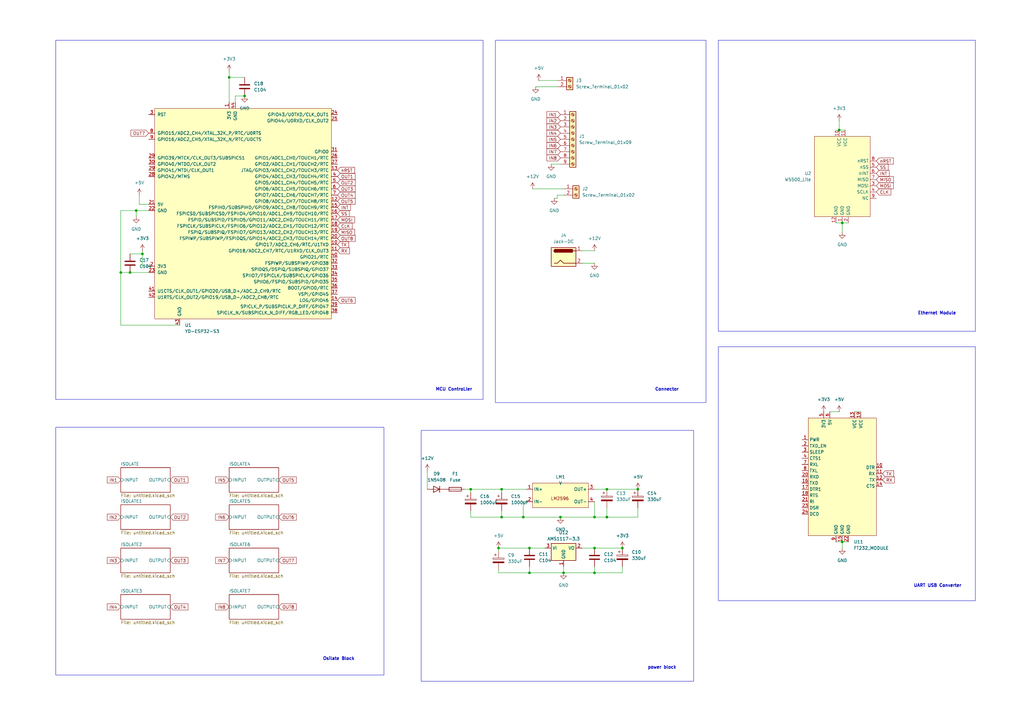
<source format=kicad_sch>
(kicad_sch (version 20250114) (generator "eeschema") (generator_version "9.0")
  (paper "A3")
  (lib_symbols
    (symbol "Connector:Jack-DC" (pin_names (offset 1.016))
      (property "Reference" "J" (at 0 5.334 0))
      (property "Value" "Jack-DC" (at 0 -5.08 0))
      (symbol "Jack-DC_0_1"
        (rectangle (start -5.08 3.81) (end 5.08 -3.81) (stroke (width 0.254)) (fill (type background)))
        (polyline (pts (xy -3.81 -2.54) (xy -2.54 -2.54) (xy -1.27 -1.27) (xy 0 -2.54) (xy 2.54 -2.54) (xy 5.08 -2.54)) (stroke (width 0.254)))
        (arc (start -3.302 1.905) (mid -3.9343 2.54) (end -3.302 3.175) (stroke (width 0.254)))
        (arc (start -3.302 1.905) (mid -3.9343 2.54) (end -3.302 3.175) (stroke (width 0.254)) (fill (type outline)))
        (rectangle (start 3.683 3.175) (end -3.302 1.905) (stroke (width 0.254)) (fill (type outline)))
        (polyline (pts (xy 5.08 2.54) (xy 3.81 2.54)) (stroke (width 0.254)))
      )
      (symbol "Jack-DC_1_1"
        (pin passive line (at 7.62 2.54 180) (length 2.54) (name "~") (number "1"))
        (pin passive line (at 7.62 -2.54 180) (length 2.54) (name "~") (number "2"))
      )
    )
    (symbol "Connector:Screw_Terminal_01x02" (pin_names (offset 1.016) (hide yes))
      (property "Reference" "J" (at 0 2.54 0))
      (property "Value" "Screw_Terminal_01x02" (at 0 -5.08 0))
      (symbol "Screw_Terminal_01x02_1_1"
        (rectangle (start -1.27 1.27) (end 1.27 -3.81) (stroke (width 0.254)) (fill (type background)))
        (polyline (pts (xy -0.5334 0.3302) (xy 0.3302 -0.508)) (stroke (width 0.1524)))
        (polyline (pts (xy -0.5334 -2.2098) (xy 0.3302 -3.048)) (stroke (width 0.1524)))
        (polyline (pts (xy -0.3556 0.508) (xy 0.508 -0.3302)) (stroke (width 0.1524)))
        (polyline (pts (xy -0.3556 -2.032) (xy 0.508 -2.8702)) (stroke (width 0.1524)))
        (circle (center 0 0) (radius 0.635) (stroke (width 0.1524)))
        (circle (center 0 -2.54) (radius 0.635) (stroke (width 0.1524)))
        (pin passive line (at -5.08 0 0) (length 3.81) (name "Pin_1") (number "1"))
        (pin passive line (at -5.08 -2.54 0) (length 3.81) (name "Pin_2") (number "2"))
      )
    )
    (symbol "Connector:Screw_Terminal_01x09" (pin_names (offset 1.016) (hide yes))
      (property "Reference" "J" (at 0 12.7 0))
      (property "Value" "Screw_Terminal_01x09" (at 0 -12.7 0))
      (symbol "Screw_Terminal_01x09_1_1"
        (rectangle (start -1.27 11.43) (end 1.27 -11.43) (stroke (width 0.254)) (fill (type background)))
        (polyline (pts (xy -0.5334 10.4902) (xy 0.3302 9.652)) (stroke (width 0.1524)))
        (polyline (pts (xy -0.5334 7.9502) (xy 0.3302 7.112)) (stroke (width 0.1524)))
        (polyline (pts (xy -0.5334 5.4102) (xy 0.3302 4.572)) (stroke (width 0.1524)))
        (polyline (pts (xy -0.5334 2.8702) (xy 0.3302 2.032)) (stroke (width 0.1524)))
        (polyline (pts (xy -0.5334 0.3302) (xy 0.3302 -0.508)) (stroke (width 0.1524)))
        (polyline (pts (xy -0.5334 -2.2098) (xy 0.3302 -3.048)) (stroke (width 0.1524)))
        (polyline (pts (xy -0.5334 -4.7498) (xy 0.3302 -5.588)) (stroke (width 0.1524)))
        (polyline (pts (xy -0.5334 -7.2898) (xy 0.3302 -8.128)) (stroke (width 0.1524)))
        (polyline (pts (xy -0.5334 -9.8298) (xy 0.3302 -10.668)) (stroke (width 0.1524)))
        (polyline (pts (xy -0.3556 10.668) (xy 0.508 9.8298)) (stroke (width 0.1524)))
        (polyline (pts (xy -0.3556 8.128) (xy 0.508 7.2898)) (stroke (width 0.1524)))
        (polyline (pts (xy -0.3556 5.588) (xy 0.508 4.7498)) (stroke (width 0.1524)))
        (polyline (pts (xy -0.3556 3.048) (xy 0.508 2.2098)) (stroke (width 0.1524)))
        (polyline (pts (xy -0.3556 0.508) (xy 0.508 -0.3302)) (stroke (width 0.1524)))
        (polyline (pts (xy -0.3556 -2.032) (xy 0.508 -2.8702)) (stroke (width 0.1524)))
        (polyline (pts (xy -0.3556 -4.572) (xy 0.508 -5.4102)) (stroke (width 0.1524)))
        (polyline (pts (xy -0.3556 -7.112) (xy 0.508 -7.9502)) (stroke (width 0.1524)))
        (polyline (pts (xy -0.3556 -9.652) (xy 0.508 -10.4902)) (stroke (width 0.1524)))
        (circle (center 0 10.16) (radius 0.635) (stroke (width 0.1524)))
        (circle (center 0 7.62) (radius 0.635) (stroke (width 0.1524)))
        (circle (center 0 5.08) (radius 0.635) (stroke (width 0.1524)))
        (circle (center 0 2.54) (radius 0.635) (stroke (width 0.1524)))
        (circle (center 0 0) (radius 0.635) (stroke (width 0.1524)))
        (circle (center 0 -2.54) (radius 0.635) (stroke (width 0.1524)))
        (circle (center 0 -5.08) (radius 0.635) (stroke (width 0.1524)))
        (circle (center 0 -7.62) (radius 0.635) (stroke (width 0.1524)))
        (circle (center 0 -10.16) (radius 0.635) (stroke (width 0.1524)))
        (pin passive line (at -5.08 10.16 0) (length 3.81) (name "Pin_1") (number "1"))
        (pin passive line (at -5.08 7.62 0) (length 3.81) (name "Pin_2") (number "2"))
        (pin passive line (at -5.08 5.08 0) (length 3.81) (name "Pin_3") (number "3"))
        (pin passive line (at -5.08 2.54 0) (length 3.81) (name "Pin_4") (number "4"))
        (pin passive line (at -5.08 0 0) (length 3.81) (name "Pin_5") (number "5"))
        (pin passive line (at -5.08 -2.54 0) (length 3.81) (name "Pin_6") (number "6"))
        (pin passive line (at -5.08 -5.08 0) (length 3.81) (name "Pin_7") (number "7"))
        (pin passive line (at -5.08 -7.62 0) (length 3.81) (name "Pin_8") (number "8"))
        (pin passive line (at -5.08 -10.16 0) (length 3.81) (name "Pin_9") (number "9"))
      )
    )
    (symbol "Device:C" (pin_numbers (hide yes)) (pin_names (offset 0.254))
      (property "Reference" "C" (at 0.635 2.54 0))
      (property "Value" "C" (at 0.635 -2.54 0))
      (symbol "C_0_1"
        (polyline (pts (xy -2.032 0.762) (xy 2.032 0.762)) (stroke (width 0.508)))
        (polyline (pts (xy -2.032 -0.762) (xy 2.032 -0.762)) (stroke (width 0.508)))
      )
      (symbol "C_1_1"
        (pin passive line (at 0 3.81 270) (length 2.794) (name "~") (number "1"))
        (pin passive line (at 0 -3.81 90) (length 2.794) (name "~") (number "2"))
      )
    )
    (symbol "Device:C_Polarized" (pin_numbers (hide yes)) (pin_names (offset 0.254))
      (property "Reference" "C" (at 0.635 2.54 0))
      (property "Value" "C_Polarized" (at 0.635 -2.54 0))
      (symbol "C_Polarized_0_1"
        (rectangle (start -2.286 0.508) (end 2.286 1.016))
        (polyline (pts (xy -1.778 2.286) (xy -0.762 2.286)))
        (polyline (pts (xy -1.27 2.794) (xy -1.27 1.778)))
        (rectangle (start 2.286 -0.508) (end -2.286 -1.016) (fill (type outline)))
      )
      (symbol "C_Polarized_1_1"
        (pin passive line (at 0 3.81 270) (length 2.794) (name "~") (number "1"))
        (pin passive line (at 0 -3.81 90) (length 2.794) (name "~") (number "2"))
      )
    )
    (symbol "Device:Fuse" (pin_numbers (hide yes)) (pin_names (offset 0))
      (property "Reference" "F" (at 2.032 0 90))
      (property "Value" "Fuse" (at -1.905 0 90))
      (symbol "Fuse_0_1"
        (rectangle (start -0.762 -2.54) (end 0.762 2.54) (stroke (width 0.254)))
        (polyline (pts (xy 0 2.54) (xy 0 -2.54)))
      )
      (symbol "Fuse_1_1"
        (pin passive line (at 0 3.81 270) (length 1.27) (name "~") (number "1"))
        (pin passive line (at 0 -3.81 90) (length 1.27) (name "~") (number "2"))
      )
    )
    (symbol "Diode:1N5408" (pin_numbers (hide yes)) (pin_names (hide yes))
      (property "Reference" "D" (at 0 2.54 0))
      (property "Value" "1N5408" (at 0 -2.54 0))
      (symbol "1N5408_0_1"
        (polyline (pts (xy -1.27 1.27) (xy -1.27 -1.27)) (stroke (width 0.254)))
        (polyline (pts (xy 1.27 1.27) (xy 1.27 -1.27) (xy -1.27 0) (xy 1.27 1.27)) (stroke (width 0.254)))
        (polyline (pts (xy 1.27 0) (xy -1.27 0)))
      )
      (symbol "1N5408_1_1"
        (pin passive line (at -3.81 0 0) (length 2.54) (name "K") (number "1"))
        (pin passive line (at 3.81 0 180) (length 2.54) (name "A") (number "2"))
      )
    )
    (symbol "Module_Devices:FT232_Module"
      (property "Reference" "U" (at 0 0 0))
      (property "Value" "FT232_MODULE" (at 0 0 0))
      (symbol "FT232_Module_0_1"
        (rectangle (start -13.97 24.13) (end 13.97 -24.13) (fill (type background)))
      )
      (symbol "FT232_Module_1_1"
        (pin input line (at -16.51 15.24 0) (length 2.54) (name "PWR") (number "1"))
        (pin input line (at -16.51 12.7 0) (length 2.54) (name "TXD_EN") (number "2"))
        (pin input line (at -16.51 10.16 0) (length 2.54) (name "SLEEP") (number "3"))
        (pin input line (at -16.51 7.62 0) (length 2.54) (name "CTS1") (number "4"))
        (pin input line (at -16.51 5.08 0) (length 2.54) (name "RXL") (number "7"))
        (pin input line (at -16.51 2.54 0) (length 2.54) (name "TXL") (number "8"))
        (pin input line (at -16.51 0 0) (length 2.54) (name "RXD") (number "20"))
        (pin input line (at -16.51 -2.54 0) (length 2.54) (name "TXD") (number "16"))
        (pin input line (at -16.51 -5.08 0) (length 2.54) (name "DTR1") (number "17"))
        (pin input line (at -16.51 -7.62 0) (length 2.54) (name "RTS") (number "18"))
        (pin input line (at -16.51 -10.16 0) (length 2.54) (name "RI") (number "21"))
        (pin input line (at -16.51 -12.7 0) (length 2.54) (name "DSR") (number "23"))
        (pin input line (at -16.51 -15.24 0) (length 2.54) (name "DCD") (number "24"))
        (pin input line (at -7.62 26.67 270) (length 2.54) (name "3V3") (number "5"))
        (pin input line (at -5.08 26.67 270) (length 2.54) (name "5V") (number "6"))
        (pin input line (at -2.54 -26.67 90) (length 2.54) (name "GND") (number "9"))
        (pin input line (at 0 -26.67 90) (length 2.54) (name "GND") (number "15"))
        (pin input line (at 2.54 -26.67 90) (length 2.54) (name "GND") (number "22"))
        (pin input line (at 5.08 26.67 270) (length 2.54) (name "VCC") (number "13"))
        (pin input line (at 7.62 26.67 270) (length 2.54) (name "VCC") (number "19"))
        (pin input line (at 16.51 3.81 180) (length 2.54) (name "DTR") (number "10"))
        (pin input line (at 16.51 1.27 180) (length 2.54) (name "RX") (number "11"))
        (pin input line (at 16.51 -1.27 180) (length 2.54) (name "TX") (number "12"))
        (pin input line (at 16.51 -3.81 180) (length 2.54) (name "CTS") (number "14"))
      )
    )
    (symbol "Module_Devices:W5500_Lite_Module"
      (property "Reference" "U" (at 0 0 0))
      (property "Value" "W5500_Lite" (at 0 0 0))
      (symbol "W5500_Lite_Module_0_1"
        (rectangle (start -11.43 16.51) (end 11.43 -16.51) (fill (type background)))
      )
      (symbol "W5500_Lite_Module_1_1"
        (pin input line (at -2.54 -19.05 90) (length 2.54) (name "GND") (number "12"))
        (pin input line (at -1.27 19.05 270) (length 2.54) (name "VCC") (number "10"))
        (pin input line (at 0 -19.05 90) (length 2.54) (name "GND") (number "1"))
        (pin input line (at 1.27 19.05 270) (length 2.54) (name "VCC") (number "11"))
        (pin input line (at 2.54 -19.05 90) (length 2.54) (name "GND") (number "2"))
        (pin input line (at 13.97 6.35 180) (length 2.54) (name "nRST") (number "8"))
        (pin input line (at 13.97 3.81 180) (length 2.54) (name "nSS") (number "5"))
        (pin input line (at 13.97 1.27 180) (length 2.54) (name "nINT") (number "6"))
        (pin input line (at 13.97 -1.27 180) (length 2.54) (name "MISO") (number "7"))
        (pin input line (at 13.97 -3.81 180) (length 2.54) (name "MOSI") (number "3"))
        (pin input line (at 13.97 -6.35 180) (length 2.54) (name "SCLK") (number "4"))
        (pin input line (at 13.97 -8.89 180) (length 2.54) (name "NC") (number "9"))
      )
    )
    (symbol "Module_MCU:YD-ESP32-S3" (pin_names (offset 1.016))
      (property "Reference" "U" (at -32.766 48.006 0))
      (property "Value" "YD-ESP32-S3" (at -32.766 45.466 0))
      (symbol "YD-ESP32-S3_0_0"
        (pin power_in line (at -5.08 45.72 270) (length 2.54) (name "GND") (number "44"))
      )
      (symbol "YD-ESP32-S3_0_1"
        (rectangle (start -38.1 43.18) (end 34.29 -43.18) (fill (type background)))
        (pin power_in line (at -40.64 -21.59 0) (length 2.54) (name "3V3") (number "2"))
      )
      (symbol "YD-ESP32-S3_1_0"
        (pin bidirectional line (at -40.64 15.24 0) (length 2.54) (name "GPIO42/MTMS") (number "28"))
        (pin power_in line (at -40.64 1.27 0) (length 2.54) (name "GND") (number "22"))
        (pin power_in line (at -27.94 -45.72 90) (length 2.54) (name "GND") (number "43"))
        (pin bidirectional line (at 36.83 40.64 180) (length 2.54) (name "GPIO43/U0TXD/CLK_OUT1") (number "24"))
        (pin bidirectional line (at 36.83 38.1 180) (length 2.54) (name "GPIO44/U0RXD/CLK_OUT2") (number "25"))
        (pin bidirectional line (at 36.83 22.86 180) (length 2.54) (name "GPIO1/ADC1_CH0/TOUCH1/RTC") (number "26"))
        (pin bidirectional line (at 36.83 20.32 180) (length 2.54) (name "GPIO2/ADC1_CH1/TOUCH2/RTC") (number "27"))
        (pin bidirectional line (at 36.83 -7.62 180) (length 2.54) (name "FSPIQ/SUBSPIQ/FSPIIO7/GPIO13/ADC2_CH2/TOUCH13/RTC") (number "19"))
        (pin bidirectional line (at 36.83 -35.56 180) (length 2.54) (name "LOG/GPIO46") (number "14"))
      )
      (symbol "YD-ESP32-S3_1_1"
        (pin input line (at -40.64 40.64 0) (length 2.54) (name "RST") (number "3"))
        (pin bidirectional line (at -40.64 33.02 0) (length 2.54) (name "GPIO15/ADC2_CH4/XTAL_32K_P/RTC/U0RTS") (number "8"))
        (pin bidirectional line (at -40.64 30.48 0) (length 2.54) (name "GPIO16/ADC2_CH5/XTAL_32K_N/RTC/U0CTS") (number "9"))
        (pin bidirectional line (at -40.64 22.86 0) (length 2.54) (name "GPIO39/MTCK/CLK_OUT3/SUBSPICS1") (number "29"))
        (pin bidirectional line (at -40.64 20.32 0) (length 2.54) (name "GPIO40/MTDO/CLK_OUT2") (number "30"))
        (pin bidirectional line (at -40.64 17.78 0) (length 2.54) (name "GPIO41/MTDI/CLK_OUT1") (number "29"))
        (pin power_out line (at -40.64 3.81 0) (length 2.54) (name "5V") (number "21"))
        (pin passive line (at -40.64 -24.13 0) (length 2.54) (name "GND") (number "23"))
        (pin bidirectional line (at -40.64 -31.75 0) (length 2.54) (name "U1CTS/CLK_OUT1/GPIO20/USB_D+/ADC_2_CH9/RTC") (number "41"))
        (pin bidirectional line (at -40.64 -34.29 0) (length 2.54) (name "U1RTS/CLK_OUT2/GPIO19/USB_D-/ADC2_CH8/RTC") (number "42"))
        (pin power_in line (at -7.62 45.72 270) (length 2.54) (name "3V3") (number "1"))
        (pin bidirectional line (at 36.83 25.4 180) (length 2.54) (name "GPIO0") (number "31"))
        (pin bidirectional line (at 36.83 17.78 180) (length 2.54) (name "JTAG/GPIO3/ADC1_CH2/TOUCH3/RTC") (number "13"))
        (pin bidirectional line (at 36.83 15.24 180) (length 2.54) (name "GPIO4/ADC1_CH3/TOUCH4/RTC") (number "4"))
        (pin bidirectional line (at 36.83 12.7 180) (length 2.54) (name "GPIO5/ADC1_CH4/TOUCH5/RTC") (number "5"))
        (pin bidirectional line (at 36.83 10.16 180) (length 2.54) (name "GPIO6/ADC1_CH5/TOUCH6/RTC") (number "6"))
        (pin bidirectional line (at 36.83 7.62 180) (length 2.54) (name "GPIO7/ADC1_CH6/TOUCH7/RTC") (number "7"))
        (pin bidirectional line (at 36.83 5.08 180) (length 2.54) (name "GPIO8/ADC1_CH7/TOUCH8/RTC") (number "12"))
        (pin bidirectional line (at 36.83 2.54 180) (length 2.54) (name "FSPIHD/SUBSPIHD/GPIO9/ADC1_CH8/TOUCH9/RTC") (number "15"))
        (pin bidirectional line (at 36.83 0 180) (length 2.54) (name "FSPICS0/SUBSPICS0/FSPIIO4/GPIO10/ADC1_CH9/TOUCH10/RTC") (number "16"))
        (pin bidirectional line (at 36.83 -2.54 180) (length 2.54) (name "FSPID/SUBSPID/FSPIIO5/GPIO11/ADC2_CH0/TOUCH11/RTC") (number "17"))
        (pin bidirectional line (at 36.83 -5.08 180) (length 2.54) (name "FSPICLK/SUBSPICLK/FSPIIO6/GPIO12/ADC2_CH1/TOUCH12/RTC") (number "18"))
        (pin bidirectional line (at 36.83 -10.16 180) (length 2.54) (name "FSPIWP/SUBSPIWP/FSPIDQS/GPIO14/ADC2_CH3/TOUCH14/RTC") (number "20"))
        (pin bidirectional line (at 36.83 -12.7 180) (length 2.54) (name "GPIO17/ADC2_CH6/RTC/U1TXD") (number "10"))
        (pin bidirectional line (at 36.83 -15.24 180) (length 2.54) (name "GPIO18/ADC2_CH7/RTC/U1RXD/CLK_OUT3") (number "11"))
        (pin bidirectional line (at 36.83 -17.78 180) (length 2.54) (name "GPIO21/RTC") (number "40"))
        (pin bidirectional line (at 36.83 -20.32 180) (length 2.54) (name "FSPIWP/SUBSPIWP/GPIO38") (number "32"))
        (pin bidirectional line (at 36.83 -22.86 180) (length 2.54) (name "SPIDQS/DSPIQ/SUBSPIQ/GPIO37") (number "33"))
        (pin bidirectional line (at 36.83 -25.4 180) (length 2.54) (name "SPIIO7/FSPICLK/SUBSPICLK/GPIO36") (number "34"))
        (pin bidirectional line (at 36.83 -27.94 180) (length 2.54) (name "SPIIO6/FSPID/SUBSPID/GPIO35") (number "35"))
        (pin bidirectional line (at 36.83 -30.48 180) (length 2.54) (name "BOOT/GPIO0/RTC") (number "36"))
        (pin bidirectional line (at 36.83 -33.02 180) (length 2.54) (name "VSPI/GPIO45") (number "37"))
        (pin bidirectional line (at 36.83 -38.1 180) (length 2.54) (name "SPICLK_P/SUBSPICLK_P_DIFF/GPIO47") (number "39"))
        (pin bidirectional line (at 36.83 -40.64 180) (length 2.54) (name "SPICLK_N/SUBSPICLK_N_DIFF/RGB_LED/GPIO48") (number "38"))
      )
    )
    (symbol "Module_Powers:LM2596-MODULE"
      (property "Reference" "LM2596" (at 0 4.064 0))
      (property "Value" "V" (at 0 0 0))
      (symbol "LM2596-MODULE_1_1"
        (rectangle (start -11.43 5.08) (end 11.43 -5.08) (fill (type background)))
        (text "LM2596\n" (at -0.254 -1.27 0) (effects (font (size 1.27 1.27))))
        (pin passive line (at -13.97 2.54 0) (length 2.54) (name "IN+") (number "1"))
        (pin passive line (at -13.97 -2.54 0) (length 2.54) (name "IN-") (number "2"))
        (pin passive line (at 13.97 2.54 180) (length 2.54) (name "OUT+") (number "3"))
        (pin passive line (at 13.97 -2.54 180) (length 2.54) (name "OUT-") (number "4"))
      )
    )
    (symbol "Regulator_Linear:AMS1117-3.3"
      (property "Reference" "U" (at -3.81 3.175 0))
      (property "Value" "AMS1117-3.3" (at 0 3.175 0))
      (symbol "AMS1117-3.3_0_1"
        (rectangle (start -5.08 -5.08) (end 5.08 1.905) (stroke (width 0.254)) (fill (type background)))
      )
      (symbol "AMS1117-3.3_1_1"
        (pin power_in line (at -7.62 0 0) (length 2.54) (name "VI") (number "3"))
        (pin power_in line (at 0 -7.62 90) (length 2.54) (name "GND") (number "1"))
        (pin power_out line (at 7.62 0 180) (length 2.54) (name "VO") (number "2"))
      )
    )
    (symbol "power:+12V" (power) (pin_numbers (hide yes)) (pin_names (offset 0) (hide yes))
      (property "Value" "+12V" (at 0 3.556 0))
      (symbol "+12V_0_1"
        (polyline (pts (xy -0.762 1.27) (xy 0 2.54)))
        (polyline (pts (xy 0 2.54) (xy 0.762 1.27)))
        (polyline (pts (xy 0 0) (xy 0 2.54)))
      )
      (symbol "+12V_1_1"
        (pin power_in line (at 0 0 90) (length 0) (name "~") (number "1"))
      )
    )
    (symbol "power:+3V3" (power) (pin_numbers (hide yes)) (pin_names (offset 0) (hide yes))
      (property "Value" "+3V3" (at 0 3.556 0))
      (symbol "+3V3_0_1"
        (polyline (pts (xy -0.762 1.27) (xy 0 2.54)))
        (polyline (pts (xy 0 2.54) (xy 0.762 1.27)))
        (polyline (pts (xy 0 0) (xy 0 2.54)))
      )
      (symbol "+3V3_1_1"
        (pin power_in line (at 0 0 90) (length 0) (name "~") (number "1"))
      )
    )
    (symbol "power:+5V" (power) (pin_numbers (hide yes)) (pin_names (offset 0) (hide yes))
      (property "Value" "+5V" (at 0 3.556 0))
      (symbol "+5V_0_1"
        (polyline (pts (xy -0.762 1.27) (xy 0 2.54)))
        (polyline (pts (xy 0 2.54) (xy 0.762 1.27)))
        (polyline (pts (xy 0 0) (xy 0 2.54)))
      )
      (symbol "+5V_1_1"
        (pin power_in line (at 0 0 90) (length 0) (name "~") (number "1"))
      )
    )
    (symbol "power:GND" (power) (pin_numbers (hide yes)) (pin_names (offset 0) (hide yes))
      (property "Value" "GND" (at 0 -3.81 0))
      (symbol "GND_0_1"
        (polyline (pts (xy 0 0) (xy 0 -1.27) (xy 1.27 -1.27) (xy 0 -2.54) (xy -1.27 -1.27) (xy 0 -1.27)))
      )
      (symbol "GND_1_1"
        (pin power_in line (at 0 0 270) (length 0) (name "~") (number "1"))
      )
    )
  )
  (rectangle (start 22.86 175.26) (end 157.48 276.86))
  (rectangle (start 294.64 16.51) (end 400.05 135.89))
  (rectangle (start 203.2 16.51) (end 289.56 165.1))
  (rectangle (start 22.86 16.51) (end 198.12 163.83))
  (rectangle (start 294.64 142.24) (end 400.05 246.38))
  (rectangle (start 172.72 176.53) (end 284.48 279.4))
  (text "Ethernet Module" (at 384.302 128.524 0) (effects (font (size 1.27 1.27) (thickness 0.254) (bold yes))))
  (text "UART USB Converter" (at 384.556 240.284 0) (effects (font (size 1.27 1.27) (thickness 0.254) (bold yes))))
  (text "Osilate Block" (at 138.938 270.256 0) (effects (font (size 1.27 1.27) (thickness 0.254) (bold yes))))
  (text "Connector\n" (at 273.558 159.766 0) (effects (font (size 1.27 1.27) (thickness 0.254) (bold yes))))
  (text "MCU ControLler" (at 186.182 159.766 0) (effects (font (size 1.27 1.27) (thickness 0.254) (bold yes))))
  (text "power block" (at 271.526 273.812 0) (effects (font (size 1.27 1.27) (thickness 0.254) (bold yes))))
  (junction (at 248.92 212.09))
  (junction (at 217.17 234.95))
  (junction (at 345.44 222.25))
  (junction (at 261.62 200.66))
  (junction (at 205.74 200.66))
  (junction (at 193.04 200.66))
  (junction (at 243.84 212.09))
  (junction (at 205.74 212.09))
  (junction (at 93.98 31.75))
  (junction (at 231.14 234.95))
  (junction (at 255.27 224.79))
  (junction (at 214.63 212.09))
  (junction (at 345.44 91.44))
  (junction (at 217.17 224.79))
  (junction (at 204.47 224.79))
  (junction (at 243.84 234.95))
  (junction (at 248.92 200.66))
  (junction (at 58.42 104.14))
  (junction (at 53.34 111.76))
  (junction (at 229.87 212.09))
  (junction (at 344.17 53.34))
  (junction (at 49.53 111.76))
  (junction (at 55.88 86.36))
  (junction (at 243.84 224.79))
  (junction (at 100.33 39.37))
  (wire (pts (xy 248.92 212.09) (xy 243.84 212.09)))
  (wire (pts (xy 204.47 226.06) (xy 204.47 224.79)))
  (wire (pts (xy 350.52 168.91) (xy 353.06 168.91)))
  (wire (pts (xy 193.04 201.93) (xy 193.04 200.66)))
  (wire (pts (xy 190.5 200.66) (xy 193.04 200.66)))
  (wire (pts (xy 243.84 205.74) (xy 243.84 212.09)))
  (wire (pts (xy 345.44 224.79) (xy 345.44 222.25)))
  (wire (pts (xy 204.47 224.79) (xy 217.17 224.79)))
  (wire (pts (xy 261.62 200.66) (xy 248.92 200.66)))
  (wire (pts (xy 218.44 77.47) (xy 231.14 77.47)))
  (wire (pts (xy 100.33 39.37) (xy 96.52 39.37)))
  (wire (pts (xy 345.44 95.25) (xy 345.44 91.44)))
  (wire (pts (xy 205.74 200.66) (xy 215.9 200.66)))
  (wire (pts (xy 193.04 209.55) (xy 193.04 212.09)))
  (wire (pts (xy 93.98 31.75) (xy 100.33 31.75)))
  (wire (pts (xy 55.88 86.36) (xy 60.96 86.36)))
  (wire (pts (xy 342.9 222.25) (xy 345.44 222.25)))
  (wire (pts (xy 214.63 205.74) (xy 215.9 205.74)))
  (wire (pts (xy 53.34 104.14) (xy 58.42 104.14)))
  (wire (pts (xy 204.47 234.95) (xy 217.17 234.95)))
  (wire (pts (xy 220.98 33.02) (xy 228.6 33.02)))
  (wire (pts (xy 243.84 212.09) (xy 229.87 212.09)))
  (wire (pts (xy 344.17 53.34) (xy 346.71 53.34)))
  (wire (pts (xy 57.15 83.82) (xy 60.96 83.82)))
  (wire (pts (xy 255.27 234.95) (xy 255.27 232.41)))
  (wire (pts (xy 193.04 200.66) (xy 205.74 200.66)))
  (wire (pts (xy 227.33 81.28) (xy 228.6 81.28)))
  (wire (pts (xy 60.96 111.76) (xy 53.34 111.76)))
  (wire (pts (xy 49.53 86.36) (xy 55.88 86.36)))
  (wire (pts (xy 229.87 212.09) (xy 214.63 212.09)))
  (wire (pts (xy 217.17 224.79) (xy 223.52 224.79)))
  (wire (pts (xy 243.84 107.95) (xy 238.76 107.95)))
  (wire (pts (xy 93.98 31.75) (xy 93.98 41.91)))
  (wire (pts (xy 344.17 168.91) (xy 340.36 168.91)))
  (wire (pts (xy 49.53 111.76) (xy 49.53 86.36)))
  (wire (pts (xy 231.14 234.95) (xy 243.84 234.95)))
  (wire (pts (xy 243.84 234.95) (xy 255.27 234.95)))
  (wire (pts (xy 217.17 232.41) (xy 217.17 234.95)))
  (wire (pts (xy 55.88 88.9) (xy 55.88 86.36)))
  (wire (pts (xy 58.42 109.22) (xy 60.96 109.22)))
  (wire (pts (xy 228.6 81.28) (xy 228.6 80.01)))
  (wire (pts (xy 345.44 91.44) (xy 347.98 91.44)))
  (wire (pts (xy 205.74 209.55) (xy 205.74 212.09)))
  (wire (pts (xy 231.14 232.41) (xy 231.14 234.95)))
  (wire (pts (xy 57.15 80.01) (xy 57.15 83.82)))
  (wire (pts (xy 73.66 133.35) (xy 49.53 133.35)))
  (wire (pts (xy 58.42 104.14) (xy 58.42 109.22)))
  (wire (pts (xy 175.26 193.04) (xy 175.26 200.66)))
  (wire (pts (xy 248.92 200.66) (xy 243.84 200.66)))
  (wire (pts (xy 53.34 111.76) (xy 49.53 111.76)))
  (wire (pts (xy 193.04 212.09) (xy 205.74 212.09)))
  (wire (pts (xy 342.9 91.44) (xy 345.44 91.44)))
  (wire (pts (xy 243.84 232.41) (xy 243.84 234.95)))
  (wire (pts (xy 217.17 234.95) (xy 231.14 234.95)))
  (wire (pts (xy 58.42 102.87) (xy 58.42 104.14)))
  (wire (pts (xy 238.76 224.79) (xy 243.84 224.79)))
  (wire (pts (xy 96.52 39.37) (xy 96.52 41.91)))
  (wire (pts (xy 93.98 29.21) (xy 93.98 31.75)))
  (wire (pts (xy 219.71 35.56) (xy 228.6 35.56)))
  (wire (pts (xy 214.63 212.09) (xy 214.63 205.74)))
  (wire (pts (xy 261.62 212.09) (xy 248.92 212.09)))
  (wire (pts (xy 228.6 80.01) (xy 231.14 80.01)))
  (wire (pts (xy 344.17 49.53) (xy 344.17 53.34)))
  (wire (pts (xy 345.44 222.25) (xy 347.98 222.25)))
  (wire (pts (xy 204.47 233.68) (xy 204.47 234.95)))
  (wire (pts (xy 248.92 208.28) (xy 248.92 212.09)))
  (wire (pts (xy 243.84 102.87) (xy 238.76 102.87)))
  (wire (pts (xy 205.74 212.09) (xy 214.63 212.09)))
  (wire (pts (xy 226.06 67.31) (xy 229.87 67.31)))
  (wire (pts (xy 205.74 201.93) (xy 205.74 200.66)))
  (wire (pts (xy 243.84 224.79) (xy 255.27 224.79)))
  (wire (pts (xy 49.53 133.35) (xy 49.53 111.76)))
  (wire (pts (xy 261.62 208.28) (xy 261.62 212.09)))
  (global_label "TX" (shape input) (at 138.43 100.33 0) (effects (font (thickness 0.1588))) (property "Intersheetrefs" "${INTERSHEET_REFS}" (effects (hide yes))))
  (global_label "RX" (shape input) (at 138.43 102.87 0) (effects (font (thickness 0.1588))) (property "Intersheetrefs" "${INTERSHEET_REFS}" (effects (hide yes))))
  (global_label "nRST" (shape input) (at 138.43 69.85 0) (effects (font (thickness 0.1588))) (property "Intersheetrefs" "${INTERSHEET_REFS}" (effects (hide yes))))
  (global_label "OUT8" (shape input) (at 138.43 97.79 0) (property "Intersheetrefs" "${INTERSHEET_REFS}" (effects (hide yes))))
  (global_label "IN2" (shape input) (at 229.87 49.53 180) (property "Intersheetrefs" "${INTERSHEET_REFS}" (effects (hide yes))))
  (global_label "OUT1" (shape input) (at 138.43 72.39 0) (property "Intersheetrefs" "${INTERSHEET_REFS}" (effects (hide yes))))
  (global_label "OUT7" (shape input) (at 60.96 54.61 180) (property "Intersheetrefs" "${INTERSHEET_REFS}" (effects (hide yes))))
  (global_label "IN1" (shape input) (at 229.87 46.99 180) (property "Intersheetrefs" "${INTERSHEET_REFS}" (effects (hide yes))))
  (global_label "OUT3" (shape input) (at 69.85 229.87 0) (property "Intersheetrefs" "${INTERSHEET_REFS}" (effects (hide yes))))
  (global_label "CLK" (shape input) (at 138.43 92.71 0) (property "Intersheetrefs" "${INTERSHEET_REFS}" (effects (hide yes))))
  (global_label "OUT5" (shape input) (at 138.43 82.55 0) (property "Intersheetrefs" "${INTERSHEET_REFS}" (effects (hide yes))))
  (global_label "IN6" (shape input) (at 229.87 59.69 180) (property "Intersheetrefs" "${INTERSHEET_REFS}" (effects (hide yes))))
  (global_label "IN6" (shape input) (at 93.98 212.09 180) (property "Intersheetrefs" "${INTERSHEET_REFS}" (effects (hide yes))))
  (global_label "OUT8" (shape input) (at 114.3 248.92 0) (property "Intersheetrefs" "${INTERSHEET_REFS}" (effects (hide yes))))
  (global_label "MOSI" (shape input) (at 138.43 90.17 0) (property "Intersheetrefs" "${INTERSHEET_REFS}" (effects (hide yes))))
  (global_label "IN1" (shape input) (at 49.53 196.85 180) (property "Intersheetrefs" "${INTERSHEET_REFS}" (effects (hide yes))))
  (global_label "IN7" (shape input) (at 229.87 62.23 180) (property "Intersheetrefs" "${INTERSHEET_REFS}" (effects (hide yes))))
  (global_label "IN7" (shape input) (at 93.98 229.87 180) (property "Intersheetrefs" "${INTERSHEET_REFS}" (effects (hide yes))))
  (global_label "OUT2" (shape input) (at 138.43 74.93 0) (property "Intersheetrefs" "${INTERSHEET_REFS}" (effects (hide yes))))
  (global_label "OUT7" (shape input) (at 114.3 229.87 0) (property "Intersheetrefs" "${INTERSHEET_REFS}" (effects (hide yes))))
  (global_label "IN8" (shape input) (at 229.87 64.77 180) (property "Intersheetrefs" "${INTERSHEET_REFS}" (effects (hide yes))))
  (global_label "IN4" (shape input) (at 229.87 54.61 180) (property "Intersheetrefs" "${INTERSHEET_REFS}" (effects (hide yes))))
  (global_label "OUT1" (shape input) (at 69.85 196.85 0) (property "Intersheetrefs" "${INTERSHEET_REFS}" (effects (hide yes))))
  (global_label "IN5" (shape input) (at 93.98 196.85 180) (property "Intersheetrefs" "${INTERSHEET_REFS}" (effects (hide yes))))
  (global_label "IN8" (shape input) (at 93.98 248.92 180) (property "Intersheetrefs" "${INTERSHEET_REFS}" (effects (hide yes))))
  (global_label "OUT5" (shape input) (at 114.3 196.85 0) (property "Intersheetrefs" "${INTERSHEET_REFS}" (effects (hide yes))))
  (global_label "TX" (shape input) (at 361.95 194.31 0) (effects (font (thickness 0.1588))) (property "Intersheetrefs" "${INTERSHEET_REFS}" (effects (hide yes))))
  (global_label "OUT3" (shape input) (at 138.43 77.47 0) (property "Intersheetrefs" "${INTERSHEET_REFS}" (effects (hide yes))))
  (global_label "OUT2" (shape input) (at 69.85 212.09 0) (property "Intersheetrefs" "${INTERSHEET_REFS}" (effects (hide yes))))
  (global_label "MISO" (shape input) (at 359.41 73.66 0) (property "Intersheetrefs" "${INTERSHEET_REFS}" (effects (hide yes))))
  (global_label "IN2" (shape input) (at 49.53 212.09 180) (property "Intersheetrefs" "${INTERSHEET_REFS}" (effects (hide yes))))
  (global_label "MISO" (shape input) (at 138.43 95.25 0) (property "Intersheetrefs" "${INTERSHEET_REFS}" (effects (hide yes))))
  (global_label "OUT6" (shape input) (at 138.43 123.19 0) (property "Intersheetrefs" "${INTERSHEET_REFS}" (effects (hide yes))))
  (global_label "OUT4" (shape input) (at 138.43 80.01 0) (property "Intersheetrefs" "${INTERSHEET_REFS}" (effects (hide yes))))
  (global_label "IN3" (shape input) (at 229.87 52.07 180) (property "Intersheetrefs" "${INTERSHEET_REFS}" (effects (hide yes))))
  (global_label "IN4" (shape input) (at 49.53 248.92 180) (property "Intersheetrefs" "${INTERSHEET_REFS}" (effects (hide yes))))
  (global_label "CLK" (shape input) (at 359.41 78.74 0) (property "Intersheetrefs" "${INTERSHEET_REFS}" (effects (hide yes))))
  (global_label "MOSI" (shape input) (at 359.41 76.2 0) (property "Intersheetrefs" "${INTERSHEET_REFS}" (effects (hide yes))))
  (global_label "OUT4" (shape input) (at 69.85 248.92 0) (property "Intersheetrefs" "${INTERSHEET_REFS}" (effects (hide yes))))
  (global_label "INT" (shape input) (at 138.43 85.09 0) (property "Intersheetrefs" "${INTERSHEET_REFS}" (effects (hide yes))))
  (global_label "SS" (shape input) (at 359.41 68.58 0) (property "Intersheetrefs" "${INTERSHEET_REFS}" (effects (hide yes))))
  (global_label "SS" (shape input) (at 138.43 87.63 0) (property "Intersheetrefs" "${INTERSHEET_REFS}" (effects (hide yes))))
  (global_label "nRST" (shape input) (at 359.41 66.04 0) (effects (font (thickness 0.1588))) (property "Intersheetrefs" "${INTERSHEET_REFS}" (effects (hide yes))))
  (global_label "INT" (shape input) (at 359.41 71.12 0) (property "Intersheetrefs" "${INTERSHEET_REFS}" (effects (hide yes))))
  (global_label "RX" (shape input) (at 361.95 196.85 0) (effects (font (thickness 0.1588))) (property "Intersheetrefs" "${INTERSHEET_REFS}" (effects (hide yes))))
  (global_label "IN3" (shape input) (at 49.53 229.87 180) (property "Intersheetrefs" "${INTERSHEET_REFS}" (effects (hide yes))))
  (global_label "IN5" (shape input) (at 229.87 57.15 180) (property "Intersheetrefs" "${INTERSHEET_REFS}" (effects (hide yes))))
  (global_label "OUT6" (shape input) (at 114.3 212.09 0) (property "Intersheetrefs" "${INTERSHEET_REFS}" (effects (hide yes))))
  (symbol (lib_id "Regulator_Linear:AMS1117-3.3") (at 231.14 224.79 0) (unit 1)
    (property "Reference" "U12" (at 231.14 218.44 0))
    (property "Value" "AMS1117-3.3" (at 231.14 220.98 0))
    (property "Footprint" "Package_TO_SOT_SMD:SOT-223-3_TabPin2" (effects (hide yes)))
    (property "Datasheet" "http://www.advanced-monolithic.com/pdf/ds1117.pdf" (effects (hide yes)))
    (property "Description" "1A Low Dropout regulator, positive, 3.3V fixed output, SOT-223" (effects (hide yes)))
  )
  (symbol (lib_id "Device:C") (at 100.33 35.56 0) (unit 1)
    (property "Reference" "C18" (at 104.14 34.2899 0) (effects (justify left)))
    (property "Value" "C104" (at 104.14 36.8299 0) (effects (justify left)))
    (property "Footprint" "Capacitor_THT:C_Disc_D5.0mm_W2.5mm_P5.00mm" (effects (hide yes)))
    (property "Description" "Unpolarized capacitor" (effects (hide yes)))
  )
  (symbol (lib_id "power:+12V") (at 218.44 77.47 0) (unit 1)
    (property "Reference" "#PWR043" (effects (hide yes)))
    (property "Value" "+12V" (at 218.44 72.39 0))
    (property "Description" "Power symbol creates a global label with name \"+12V\"" (effects (hide yes)))
  )
  (symbol (lib_id "Device:C_Polarized") (at 205.74 205.74 0) (unit 1)
    (property "Reference" "C15" (at 209.55 203.5809 0) (effects (justify left)))
    (property "Value" "1000uF" (at 209.55 206.1209 0) (effects (justify left)))
    (property "Footprint" "Capacitor_THT:C_Radial_D10.0mm_H12.5mm_P5.00mm" (effects (hide yes)))
    (property "Description" "Polarized capacitor" (effects (hide yes)))
  )
  (symbol (lib_id "Module_MCU:YD-ESP32-S3") (at 101.6 87.63 0) (unit 1)
    (property "Reference" "U1" (at 75.8033 133.35 0) (effects (justify left)))
    (property "Value" "YD-ESP32-S3" (at 75.8033 135.89 0) (effects (justify left)))
    (property "Footprint" "Module_MCU:YD-ESP32-S3" (effects (hide yes)))
    (property "Description" "YD-ESP32-S3" (effects (hide yes)))
  )
  (symbol (lib_id "power:+5V") (at 204.47 224.79 0) (unit 1)
    (property "Reference" "#PWR026" (effects (hide yes)))
    (property "Value" "+5V" (at 204.47 219.71 0))
    (property "Description" "Power symbol creates a global label with name \"+5V\"" (effects (hide yes)))
  )
  (symbol (lib_id "power:+3V3") (at 93.98 29.21 0) (unit 1)
    (property "Reference" "#PWR036" (effects (hide yes)))
    (property "Value" "+3V3" (at 93.98 24.13 0))
    (property "Description" "Power symbol creates a global label with name \"+3V3\"" (effects (hide yes)))
  )
  (symbol (lib_id "Device:C_Polarized") (at 248.92 204.47 0) (unit 1)
    (property "Reference" "C13" (at 252.73 202.3109 0) (effects (justify left)))
    (property "Value" "330uF" (at 252.73 204.8509 0) (effects (justify left)))
    (property "Footprint" "Capacitor_THT:C_Radial_D8.0mm_H7.0mm_P3.50mm" (effects (hide yes)))
    (property "Description" "Polarized capacitor" (effects (hide yes)))
  )
  (symbol (lib_id "power:+3V3") (at 255.27 224.79 0) (unit 1)
    (property "Reference" "#PWR027" (effects (hide yes)))
    (property "Value" "+3V3" (at 255.27 219.71 0))
    (property "Description" "Power symbol creates a global label with name \"+3V3\"" (effects (hide yes)))
  )
  (symbol (lib_id "Device:C") (at 53.34 107.95 0) (unit 1)
    (property "Reference" "C17" (at 57.15 106.6799 0) (effects (justify left)))
    (property "Value" "C104" (at 57.15 109.2199 0) (effects (justify left)))
    (property "Footprint" "Capacitor_THT:C_Disc_D5.0mm_W2.5mm_P5.00mm" (effects (hide yes)))
    (property "Description" "Unpolarized capacitor" (effects (hide yes)))
  )
  (symbol (lib_id "power:+12V") (at 175.26 193.04 0) (unit 1)
    (property "Reference" "#PWR028" (effects (hide yes)))
    (property "Value" "+12V" (at 175.26 187.96 0))
    (property "Description" "Power symbol creates a global label with name \"+12V\"" (effects (hide yes)))
  )
  (symbol (lib_id "Connector:Jack-DC") (at 231.14 105.41 0) (unit 1)
    (property "Reference" "J4" (at 231.14 96.52 0))
    (property "Value" "Jack-DC" (at 231.14 99.06 0))
    (property "Footprint" "Connector_BarrelJack:BarrelJack_GCT_DCJ200-10-A_Horizontal" (effects (hide yes)))
    (property "Description" "DC Barrel Jack" (effects (hide yes)))
  )
  (symbol (lib_id "power:GND") (at 227.33 81.28 0) (unit 1)
    (property "Reference" "#PWR042" (effects (hide yes)))
    (property "Value" "GND" (at 227.33 86.36 0))
    (property "Description" "Power symbol creates a global label with name \"GND\" , ground" (effects (hide yes)))
  )
  (symbol (lib_id "Device:C_Polarized") (at 261.62 204.47 0) (unit 1)
    (property "Reference" "C14" (at 265.43 202.3109 0) (effects (justify left)))
    (property "Value" "330uF" (at 265.43 204.8509 0) (effects (justify left)))
    (property "Footprint" "Capacitor_THT:C_Radial_D8.0mm_H7.0mm_P3.50mm" (effects (hide yes)))
    (property "Description" "Polarized capacitor" (effects (hide yes)))
  )
  (symbol (lib_id "Device:Fuse") (at 186.69 200.66 90) (unit 1)
    (property "Reference" "F1" (at 186.69 194.31 90))
    (property "Value" "Fuse" (at 186.69 196.85 90))
    (property "Footprint" "Fuse:Fuseholder_Clip-5x20mm_Schurter_OG_Lateral_P15.00x5.00mm_D1.3mm_Horizontal" (effects (hide yes)))
    (property "Description" "Fuse" (effects (hide yes)))
  )
  (symbol (lib_id "power:GND") (at 345.44 224.79 0) (unit 1)
    (property "Reference" "#PWR033" (effects (hide yes)))
    (property "Value" "GND" (at 345.44 229.87 0))
    (property "Description" "Power symbol creates a global label with name \"GND\" , ground" (effects (hide yes)))
  )
  (symbol (lib_id "Diode:1N5408") (at 179.07 200.66 180) (unit 1)
    (property "Reference" "D9" (at 179.07 194.31 0))
    (property "Value" "1N5408" (at 179.07 196.85 0))
    (property "Footprint" "Diode_THT:D_DO-201AD_P15.24mm_Horizontal" (effects (hide yes)))
    (property "Datasheet" "http://www.vishay.com/docs/88516/1n5400.pdf" (effects (hide yes)))
    (property "Description" "1000V 3A General Purpose Rectifier Diode, DO-201AD" (effects (hide yes)))
    (property "Sim.Device" "D" (effects (hide yes)))
    (property "Sim.Pins" "1=K 2=A" (effects (hide yes)))
  )
  (symbol (lib_id "power:+5V") (at 220.98 33.02 0) (unit 1)
    (property "Reference" "#PWR047" (effects (hide yes)))
    (property "Value" "+5V" (at 220.98 27.94 0))
    (property "Description" "Power symbol creates a global label with name \"+5V\"" (effects (hide yes)))
  )
  (symbol (lib_id "Device:C") (at 217.17 228.6 0) (unit 1)
    (property "Reference" "C11" (at 220.98 227.3299 0) (effects (justify left)))
    (property "Value" "C104" (at 220.98 229.8699 0) (effects (justify left)))
    (property "Footprint" "Capacitor_THT:C_Disc_D5.0mm_W2.5mm_P5.00mm" (effects (hide yes)))
    (property "Description" "Unpolarized capacitor" (effects (hide yes)))
  )
  (symbol (lib_id "power:GND") (at 219.71 35.56 0) (unit 1)
    (property "Reference" "#PWR046" (effects (hide yes)))
    (property "Value" "GND" (at 219.71 40.64 0))
    (property "Description" "Power symbol creates a global label with name \"GND\" , ground" (effects (hide yes)))
  )
  (symbol (lib_id "power:GND") (at 226.06 67.31 0) (unit 1)
    (property "Reference" "#PWR041" (effects (hide yes)))
    (property "Value" "GND" (at 226.06 72.39 0))
    (property "Description" "Power symbol creates a global label with name \"GND\" , ground" (effects (hide yes)))
  )
  (symbol (lib_id "power:+3V3") (at 337.82 168.91 0) (unit 1)
    (property "Reference" "#PWR032" (effects (hide yes)))
    (property "Value" "+3V3" (at 337.82 163.83 0))
    (property "Description" "Power symbol creates a global label with name \"+3V3\"" (effects (hide yes)))
  )
  (symbol (lib_id "Device:C_Polarized") (at 193.04 205.74 0) (unit 1)
    (property "Reference" "C16" (at 196.85 203.5809 0) (effects (justify left)))
    (property "Value" "1000uF" (at 196.85 206.1209 0) (effects (justify left)))
    (property "Footprint" "Capacitor_THT:C_Radial_D10.0mm_H12.5mm_P5.00mm" (effects (hide yes)))
    (property "Description" "Polarized capacitor" (effects (hide yes)))
  )
  (symbol (lib_id "power:GND") (at 231.14 234.95 0) (unit 1)
    (property "Reference" "#PWR025" (effects (hide yes)))
    (property "Value" "GND" (at 231.14 240.03 0))
    (property "Description" "Power symbol creates a global label with name \"GND\" , ground" (effects (hide yes)))
  )
  (symbol (lib_id "Module_Devices:W5500_Lite_Module") (at 345.44 72.39 0) (unit 1)
    (property "Reference" "U2" (at 332.74 71.1199 0) (effects (justify right)))
    (property "Value" "W5500_Lite" (at 332.74 73.6599 0) (effects (justify right)))
    (property "Footprint" "Module_Devices:W5500_Lite_module" (effects (hide yes)))
  )
  (symbol (lib_id "Connector:Screw_Terminal_01x02") (at 233.68 33.02 0) (unit 1)
    (property "Reference" "J3" (at 236.22 33.0199 0) (effects (justify left)))
    (property "Value" "Screw_Terminal_01x02" (at 236.22 35.5599 0) (effects (justify left)))
    (property "Footprint" "TerminalBlock_Phoenix:TerminalBlock_Phoenix_MKDS-1,5-2-5.08_1x02_P5.08mm_Horizontal" (effects (hide yes)))
    (property "Description" "Generic screw terminal, single row, 01x02, script generated (kicad-library-utils/schlib/autogen/connector/)" (effects (hide yes)))
  )
  (symbol (lib_id "Device:C_Polarized") (at 204.47 229.87 0) (unit 1)
    (property "Reference" "C9" (at 208.28 227.7109 0) (effects (justify left)))
    (property "Value" "330uF" (at 208.28 230.2509 0) (effects (justify left)))
    (property "Footprint" "Capacitor_THT:C_Radial_D8.0mm_H7.0mm_P3.50mm" (effects (hide yes)))
    (property "Description" "Polarized capacitor" (effects (hide yes)))
  )
  (symbol (lib_id "Connector:Screw_Terminal_01x09") (at 234.95 57.15 0) (unit 1)
    (property "Reference" "J1" (at 237.49 55.8799 0) (effects (justify left)))
    (property "Value" "Screw_Terminal_01x09" (at 237.49 58.4199 0) (effects (justify left)))
    (property "Footprint" "TerminalBlock_Phoenix:TerminalBlock_Phoenix_MKDS-1,5-9-5.08_1x09_P5.08mm_Horizontal" (effects (hide yes)))
    (property "Description" "Generic screw terminal, single row, 01x09, script generated (kicad-library-utils/schlib/autogen/connector/)" (effects (hide yes)))
  )
  (symbol (lib_id "power:+12V") (at 243.84 102.87 0) (unit 1)
    (property "Reference" "#PWR044" (effects (hide yes)))
    (property "Value" "+12V" (at 243.84 97.79 0))
    (property "Description" "Power symbol creates a global label with name \"+12V\"" (effects (hide yes)))
  )
  (symbol (lib_id "Module_Powers:LM2596-MODULE") (at 229.87 203.2 0) (unit 1)
    (property "Reference" "LM1" (at 229.87 195.58 0))
    (property "Value" "V" (at 229.87 198.12 0))
    (property "Footprint" "Module_Powers:LM2596_Module" (effects (hide yes)))
  )
  (symbol (lib_id "power:GND") (at 345.44 95.25 0) (unit 1)
    (property "Reference" "#PWR035" (effects (hide yes)))
    (property "Value" "GND" (at 345.44 100.33 0))
    (property "Description" "Power symbol creates a global label with name \"GND\" , ground" (effects (hide yes)))
  )
  (symbol (lib_id "Module_Devices:FT232_Module") (at 345.44 195.58 0) (unit 1)
    (property "Reference" "U11" (at 350.1233 222.25 0) (effects (justify left)))
    (property "Value" "FT232_MODULE" (at 350.1233 224.79 0) (effects (justify left)))
    (property "Footprint" "Module_Devices:FT232_Module" (effects (hide yes)))
  )
  (symbol (lib_id "power:GND") (at 100.33 39.37 0) (unit 1)
    (property "Reference" "#PWR037" (effects (hide yes)))
    (property "Value" "GND" (at 100.33 44.45 0))
    (property "Description" "Power symbol creates a global label with name \"GND\" , ground" (effects (hide yes)))
  )
  (symbol (lib_id "power:+5V") (at 261.62 200.66 0) (unit 1)
    (property "Reference" "#PWR030" (effects (hide yes)))
    (property "Value" "+5V" (at 261.62 195.58 0))
    (property "Description" "Power symbol creates a global label with name \"+5V\"" (effects (hide yes)))
  )
  (symbol (lib_id "Device:C_Polarized") (at 255.27 228.6 0) (unit 1)
    (property "Reference" "C10" (at 259.08 226.4409 0) (effects (justify left)))
    (property "Value" "330uF" (at 259.08 228.9809 0) (effects (justify left)))
    (property "Footprint" "Capacitor_THT:C_Radial_D8.0mm_H7.0mm_P3.50mm" (effects (hide yes)))
    (property "Description" "Polarized capacitor" (effects (hide yes)))
  )
  (symbol (lib_id "power:GND") (at 229.87 212.09 0) (unit 1)
    (property "Reference" "#PWR029" (effects (hide yes)))
    (property "Value" "GND" (at 229.87 217.17 0))
    (property "Description" "Power symbol creates a global label with name \"GND\" , ground" (effects (hide yes)))
  )
  (symbol (lib_id "power:+5V") (at 344.17 168.91 0) (unit 1)
    (property "Reference" "#PWR031" (effects (hide yes)))
    (property "Value" "+5V" (at 344.17 163.83 0))
    (property "Description" "Power symbol creates a global label with name \"+5V\"" (effects (hide yes)))
  )
  (symbol (lib_id "power:+3V3") (at 344.17 49.53 0) (unit 1)
    (property "Reference" "#PWR034" (effects (hide yes)))
    (property "Value" "+3V3" (at 344.17 44.45 0))
    (property "Description" "Power symbol creates a global label with name \"+3V3\"" (effects (hide yes)))
  )
  (symbol (lib_id "Connector:Screw_Terminal_01x02") (at 236.22 77.47 0) (unit 1)
    (property "Reference" "J2" (at 238.76 77.4699 0) (effects (justify left)))
    (property "Value" "Screw_Terminal_01x02" (at 238.76 80.0099 0) (effects (justify left)))
    (property "Footprint" "TerminalBlock_Phoenix:TerminalBlock_Phoenix_MKDS-1,5-2-5.08_1x02_P5.08mm_Horizontal" (effects (hide yes)))
    (property "Description" "Generic screw terminal, single row, 01x02, script generated (kicad-library-utils/schlib/autogen/connector/)" (effects (hide yes)))
  )
  (symbol (lib_id "power:+3V3") (at 58.42 102.87 0) (unit 1)
    (property "Reference" "#PWR040" (effects (hide yes)))
    (property "Value" "+3V3" (at 58.42 97.79 0))
    (property "Description" "Power symbol creates a global label with name \"+3V3\"" (effects (hide yes)))
  )
  (symbol (lib_id "power:GND") (at 243.84 107.95 0) (unit 1)
    (property "Reference" "#PWR045" (effects (hide yes)))
    (property "Value" "GND" (at 243.84 113.03 0))
    (property "Description" "Power symbol creates a global label with name \"GND\" , ground" (effects (hide yes)))
  )
  (symbol (lib_id "power:GND") (at 55.88 88.9 0) (unit 1)
    (property "Reference" "#PWR039" (effects (hide yes)))
    (property "Value" "GND" (at 55.88 93.98 0))
    (property "Description" "Power symbol creates a global label with name \"GND\" , ground" (effects (hide yes)))
  )
  (symbol (lib_id "Device:C") (at 243.84 228.6 0) (unit 1)
    (property "Reference" "C12" (at 247.65 227.3299 0) (effects (justify left)))
    (property "Value" "C104" (at 247.65 229.8699 0) (effects (justify left)))
    (property "Footprint" "Capacitor_THT:C_Disc_D5.0mm_W2.5mm_P5.00mm" (effects (hide yes)))
    (property "Description" "Unpolarized capacitor" (effects (hide yes)))
  )
  (symbol (lib_id "power:+5V") (at 57.15 80.01 0) (unit 1)
    (property "Reference" "#PWR038" (effects (hide yes)))
    (property "Value" "+5V" (at 57.15 74.93 0))
    (property "Description" "Power symbol creates a global label with name \"+5V\"" (effects (hide yes)))
  )
  (sheet (at 93.98 191.77) (size 20.32 10.16) (stroke (width 0.1524))
    (property "Sheetname" "ISOLATE4" (at 93.98 191.0584 0) (effects (justify left bottom)))
    (property "Sheetfile" "untitled.kicad_sch" (at 93.98 202.5146 0) (effects (justify left top)))
    (pin "INPUT" input (at 93.98 196.85 180))
    (pin "OUTPUT" input (at 114.3 196.85 0))
  )
  (sheet (at 49.53 243.84) (size 20.32 10.16) (stroke (width 0.1524))
    (property "Sheetname" "ISOLATE3" (at 49.53 243.1284 0) (effects (justify left bottom)))
    (property "Sheetfile" "untitled.kicad_sch" (at 49.53 254.5846 0) (effects (justify left top)))
    (pin "INPUT" input (at 49.53 248.92 180))
    (pin "OUTPUT" input (at 69.85 248.92 0))
  )
  (sheet (at 49.53 224.79) (size 20.32 10.16) (stroke (width 0.1524))
    (property "Sheetname" "ISOLATE2" (at 49.53 224.0784 0) (effects (justify left bottom)))
    (property "Sheetfile" "untitled.kicad_sch" (at 49.53 235.5346 0) (effects (justify left top)))
    (pin "INPUT" input (at 49.53 229.87 180))
    (pin "OUTPUT" input (at 69.85 229.87 0))
  )
  (sheet (at 49.53 191.77) (size 20.32 10.16) (stroke (width 0.1524))
    (property "Sheetname" "ISOLATE" (at 49.53 191.0584 0) (effects (justify left bottom)))
    (property "Sheetfile" "untitled.kicad_sch" (at 49.53 202.5146 0) (effects (justify left top)))
    (pin "INPUT" input (at 49.53 196.85 180))
    (pin "OUTPUT" input (at 69.85 196.85 0))
  )
  (sheet (at 93.98 224.79) (size 20.32 10.16) (stroke (width 0.1524))
    (property "Sheetname" "ISOLATE6" (at 93.98 224.0784 0) (effects (justify left bottom)))
    (property "Sheetfile" "untitled.kicad_sch" (at 93.98 235.5346 0) (effects (justify left top)))
    (pin "INPUT" input (at 93.98 229.87 180))
    (pin "OUTPUT" input (at 114.3 229.87 0))
  )
  (sheet (at 93.98 243.84) (size 20.32 10.16) (stroke (width 0.1524))
    (property "Sheetname" "ISOLATE7" (at 93.98 243.1284 0) (effects (justify left bottom)))
    (property "Sheetfile" "untitled.kicad_sch" (at 93.98 254.5846 0) (effects (justify left top)))
    (pin "INPUT" input (at 93.98 248.92 180))
    (pin "OUTPUT" input (at 114.3 248.92 0))
  )
  (sheet (at 93.98 207.01) (size 20.32 10.16) (stroke (width 0.1524))
    (property "Sheetname" "ISOLATE5" (at 93.98 206.2984 0) (effects (justify left bottom)))
    (property "Sheetfile" "untitled.kicad_sch" (at 93.98 217.7546 0) (effects (justify left top)))
    (pin "INPUT" input (at 93.98 212.09 180))
    (pin "OUTPUT" input (at 114.3 212.09 0))
  )
  (sheet (at 49.53 207.01) (size 20.32 10.16) (stroke (width 0.1524))
    (property "Sheetname" "ISOLATE1" (at 49.53 206.2984 0) (effects (justify left bottom)))
    (property "Sheetfile" "untitled.kicad_sch" (at 49.53 217.7546 0) (effects (justify left top)))
    (pin "INPUT" input (at 49.53 212.09 180))
    (pin "OUTPUT" input (at 69.85 212.09 0))
  )
)
</source>
